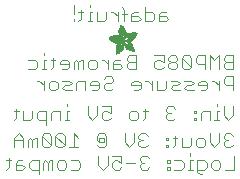
<source format=gbr>
G04 EAGLE Gerber RS-274X export*
G75*
%MOMM*%
%FSLAX34Y34*%
%LPD*%
%INSilkscreen Bottom*%
%IPPOS*%
%AMOC8*
5,1,8,0,0,1.08239X$1,22.5*%
G01*
%ADD10C,0.101600*%
%ADD11R,0.034300X0.003800*%
%ADD12R,0.057200X0.003800*%
%ADD13R,0.076200X0.003800*%
%ADD14R,0.091400X0.003800*%
%ADD15R,0.102900X0.003800*%
%ADD16R,0.114300X0.003900*%
%ADD17R,0.129500X0.003800*%
%ADD18R,0.137200X0.003800*%
%ADD19R,0.144800X0.003800*%
%ADD20R,0.152400X0.003800*%
%ADD21R,0.160000X0.003800*%
%ADD22R,0.171500X0.003800*%
%ADD23R,0.175300X0.003800*%
%ADD24R,0.182900X0.003800*%
%ADD25R,0.190500X0.003800*%
%ADD26R,0.194300X0.003900*%
%ADD27R,0.201900X0.003800*%
%ADD28R,0.209500X0.003800*%
%ADD29R,0.213400X0.003800*%
%ADD30R,0.221000X0.003800*%
%ADD31R,0.224800X0.003800*%
%ADD32R,0.232400X0.003800*%
%ADD33R,0.240000X0.003800*%
%ADD34R,0.243800X0.003800*%
%ADD35R,0.247600X0.003800*%
%ADD36R,0.255300X0.003900*%
%ADD37R,0.259100X0.003800*%
%ADD38R,0.262900X0.003800*%
%ADD39R,0.270500X0.003800*%
%ADD40R,0.274300X0.003800*%
%ADD41R,0.281900X0.003800*%
%ADD42R,0.285700X0.003800*%
%ADD43R,0.289500X0.003800*%
%ADD44R,0.297200X0.003800*%
%ADD45R,0.301000X0.003800*%
%ADD46R,0.304800X0.003900*%
%ADD47R,0.312400X0.003800*%
%ADD48R,0.316200X0.003800*%
%ADD49R,0.320000X0.003800*%
%ADD50R,0.327600X0.003800*%
%ADD51R,0.331500X0.003800*%
%ADD52R,0.339100X0.003800*%
%ADD53R,0.342900X0.003800*%
%ADD54R,0.346700X0.003800*%
%ADD55R,0.354300X0.003800*%
%ADD56R,0.358100X0.003900*%
%ADD57R,0.361900X0.003800*%
%ADD58R,0.369600X0.003800*%
%ADD59R,0.373400X0.003800*%
%ADD60R,0.377200X0.003800*%
%ADD61R,0.384800X0.003800*%
%ADD62R,0.388600X0.003800*%
%ADD63R,0.396200X0.003800*%
%ADD64R,0.400000X0.003800*%
%ADD65R,0.403800X0.003800*%
%ADD66R,0.411500X0.003900*%
%ADD67R,0.415300X0.003800*%
%ADD68R,0.419100X0.003800*%
%ADD69R,0.045700X0.003800*%
%ADD70R,0.426700X0.003800*%
%ADD71R,0.072400X0.003800*%
%ADD72R,0.430500X0.003800*%
%ADD73R,0.095300X0.003800*%
%ADD74R,0.438100X0.003800*%
%ADD75R,0.110500X0.003800*%
%ADD76R,0.441900X0.003800*%
%ADD77R,0.445800X0.003800*%
%ADD78R,0.144700X0.003800*%
%ADD79R,0.453400X0.003800*%
%ADD80R,0.457200X0.003800*%
%ADD81R,0.175300X0.003900*%
%ADD82R,0.461000X0.003900*%
%ADD83R,0.468600X0.003800*%
%ADD84R,0.205800X0.003800*%
%ADD85R,0.472400X0.003800*%
%ADD86R,0.217200X0.003800*%
%ADD87R,0.476200X0.003800*%
%ADD88R,0.483900X0.003800*%
%ADD89R,0.247700X0.003800*%
%ADD90R,0.487700X0.003800*%
%ADD91R,0.495300X0.003800*%
%ADD92R,0.499100X0.003800*%
%ADD93R,0.502900X0.003800*%
%ADD94R,0.510500X0.003800*%
%ADD95R,0.308600X0.003900*%
%ADD96R,0.514300X0.003900*%
%ADD97R,0.323800X0.003800*%
%ADD98R,0.518100X0.003800*%
%ADD99R,0.335300X0.003800*%
%ADD100R,0.525800X0.003800*%
%ADD101R,0.529600X0.003800*%
%ADD102R,0.358100X0.003800*%
%ADD103R,0.533400X0.003800*%
%ADD104R,0.537200X0.003800*%
%ADD105R,0.381000X0.003800*%
%ADD106R,0.544800X0.003800*%
%ADD107R,0.392400X0.003800*%
%ADD108R,0.548600X0.003800*%
%ADD109R,0.552400X0.003800*%
%ADD110R,0.556200X0.003800*%
%ADD111R,0.422900X0.003900*%
%ADD112R,0.560100X0.003900*%
%ADD113R,0.434300X0.003800*%
%ADD114R,0.563900X0.003800*%
%ADD115R,0.567700X0.003800*%
%ADD116R,0.461000X0.003800*%
%ADD117R,0.571500X0.003800*%
%ADD118R,0.575300X0.003800*%
%ADD119R,0.480100X0.003800*%
%ADD120R,0.579100X0.003800*%
%ADD121R,0.491500X0.003800*%
%ADD122R,0.582900X0.003800*%
%ADD123R,0.586700X0.003800*%
%ADD124R,0.510600X0.003800*%
%ADD125R,0.590500X0.003800*%
%ADD126R,0.522000X0.003800*%
%ADD127R,0.594300X0.003800*%
%ADD128R,0.533400X0.003900*%
%ADD129R,0.598200X0.003900*%
%ADD130R,0.541000X0.003800*%
%ADD131R,0.602000X0.003800*%
%ADD132R,0.552500X0.003800*%
%ADD133R,0.605800X0.003800*%
%ADD134R,0.560100X0.003800*%
%ADD135R,0.609600X0.003800*%
%ADD136R,0.613400X0.003800*%
%ADD137R,0.583000X0.003800*%
%ADD138R,0.617200X0.003800*%
%ADD139R,0.594400X0.003800*%
%ADD140R,0.621000X0.003800*%
%ADD141R,0.598200X0.003800*%
%ADD142R,0.624800X0.003800*%
%ADD143R,0.613500X0.003900*%
%ADD144R,0.628600X0.003900*%
%ADD145R,0.632400X0.003800*%
%ADD146R,0.628600X0.003800*%
%ADD147R,0.636300X0.003800*%
%ADD148R,0.640100X0.003800*%
%ADD149R,0.636200X0.003800*%
%ADD150R,0.643900X0.003800*%
%ADD151R,0.647700X0.003800*%
%ADD152R,0.651500X0.003800*%
%ADD153R,0.659100X0.003800*%
%ADD154R,0.659100X0.003900*%
%ADD155R,0.655300X0.003900*%
%ADD156R,0.662900X0.003800*%
%ADD157R,0.655300X0.003800*%
%ADD158R,0.670500X0.003800*%
%ADD159R,0.670600X0.003800*%
%ADD160R,0.674400X0.003800*%
%ADD161R,0.682000X0.003800*%
%ADD162R,0.666700X0.003800*%
%ADD163R,0.685800X0.003800*%
%ADD164R,0.689600X0.003800*%
%ADD165R,0.693400X0.003900*%
%ADD166R,0.674400X0.003900*%
%ADD167R,0.697200X0.003800*%
%ADD168R,0.678200X0.003800*%
%ADD169R,0.697300X0.003800*%
%ADD170R,0.701100X0.003800*%
%ADD171R,0.704900X0.003800*%
%ADD172R,0.708700X0.003800*%
%ADD173R,0.712500X0.003800*%
%ADD174R,0.716300X0.003800*%
%ADD175R,0.720100X0.003900*%
%ADD176R,0.689600X0.003900*%
%ADD177R,0.720000X0.003800*%
%ADD178R,0.693400X0.003800*%
%ADD179R,0.723900X0.003800*%
%ADD180R,0.727700X0.003800*%
%ADD181R,0.731500X0.003800*%
%ADD182R,0.701000X0.003800*%
%ADD183R,0.735300X0.003800*%
%ADD184R,0.731500X0.003900*%
%ADD185R,0.701000X0.003900*%
%ADD186R,0.704800X0.003800*%
%ADD187R,0.739100X0.003800*%
%ADD188R,0.743000X0.003800*%
%ADD189R,0.739200X0.003800*%
%ADD190R,0.743000X0.003900*%
%ADD191R,0.704800X0.003900*%
%ADD192R,0.746800X0.003800*%
%ADD193R,0.746800X0.003900*%
%ADD194R,0.742900X0.003800*%
%ADD195R,0.746700X0.003800*%
%ADD196R,0.746700X0.003900*%
%ADD197R,1.428800X0.003800*%
%ADD198R,1.424900X0.003800*%
%ADD199R,1.421100X0.003900*%
%ADD200R,1.421100X0.003800*%
%ADD201R,1.417300X0.003800*%
%ADD202R,1.413500X0.003800*%
%ADD203R,1.409700X0.003800*%
%ADD204R,1.405900X0.003800*%
%ADD205R,1.402100X0.003800*%
%ADD206R,1.398300X0.003800*%
%ADD207R,0.983000X0.003900*%
%ADD208R,0.384800X0.003900*%
%ADD209R,0.971600X0.003800*%
%ADD210R,0.963900X0.003800*%
%ADD211R,0.956300X0.003800*%
%ADD212R,0.365800X0.003800*%
%ADD213R,0.952500X0.003800*%
%ADD214R,0.941000X0.003800*%
%ADD215R,0.358200X0.003800*%
%ADD216R,0.937200X0.003800*%
%ADD217R,0.933400X0.003800*%
%ADD218R,0.354400X0.003800*%
%ADD219R,0.925800X0.003800*%
%ADD220R,0.350500X0.003800*%
%ADD221R,0.922000X0.003800*%
%ADD222R,0.918200X0.003900*%
%ADD223R,0.346700X0.003900*%
%ADD224R,0.910600X0.003800*%
%ADD225R,0.906800X0.003800*%
%ADD226R,0.903000X0.003800*%
%ADD227R,0.339000X0.003800*%
%ADD228R,0.895300X0.003800*%
%ADD229R,0.335200X0.003800*%
%ADD230R,0.887700X0.003800*%
%ADD231R,0.883900X0.003800*%
%ADD232R,0.331400X0.003800*%
%ADD233R,0.880100X0.003800*%
%ADD234R,0.876300X0.003800*%
%ADD235R,0.468600X0.003900*%
%ADD236R,0.396200X0.003900*%
%ADD237R,0.323800X0.003900*%
%ADD238R,0.449600X0.003800*%
%ADD239R,0.323900X0.003800*%
%ADD240R,0.442000X0.003800*%
%ADD241R,0.434400X0.003800*%
%ADD242R,0.320100X0.003800*%
%ADD243R,0.316300X0.003800*%
%ADD244R,0.426800X0.003800*%
%ADD245R,0.327700X0.003800*%
%ADD246R,0.312500X0.003800*%
%ADD247R,0.422900X0.003800*%
%ADD248R,0.308600X0.003800*%
%ADD249R,0.293400X0.003800*%
%ADD250R,0.304800X0.003800*%
%ADD251R,0.419100X0.003900*%
%ADD252R,0.285700X0.003900*%
%ADD253R,0.301000X0.003900*%
%ADD254R,0.411500X0.003800*%
%ADD255R,0.407700X0.003800*%
%ADD256R,0.289600X0.003800*%
%ADD257R,0.285800X0.003800*%
%ADD258R,0.403900X0.003800*%
%ADD259R,0.228600X0.003800*%
%ADD260R,0.403900X0.003900*%
%ADD261R,0.221000X0.003900*%
%ADD262R,0.278100X0.003900*%
%ADD263R,0.400100X0.003800*%
%ADD264R,0.209600X0.003800*%
%ADD265R,0.266700X0.003800*%
%ADD266R,0.038100X0.003800*%
%ADD267R,0.194300X0.003800*%
%ADD268R,0.148600X0.003800*%
%ADD269R,0.259000X0.003800*%
%ADD270R,0.182800X0.003800*%
%ADD271R,0.186700X0.003800*%
%ADD272R,0.251400X0.003800*%
%ADD273R,0.179100X0.003800*%
%ADD274R,0.236200X0.003800*%
%ADD275R,0.243900X0.003900*%
%ADD276R,0.282000X0.003900*%
%ADD277R,0.167700X0.003800*%
%ADD278R,0.236300X0.003800*%
%ADD279R,0.396300X0.003800*%
%ADD280R,0.163900X0.003800*%
%ADD281R,0.392500X0.003800*%
%ADD282R,0.160100X0.003800*%
%ADD283R,0.586800X0.003800*%
%ADD284R,0.148500X0.003800*%
%ADD285R,0.140900X0.003800*%
%ADD286R,0.392400X0.003900*%
%ADD287R,0.140900X0.003900*%
%ADD288R,0.647700X0.003900*%
%ADD289R,0.133300X0.003800*%
%ADD290R,0.674300X0.003800*%
%ADD291R,0.388700X0.003800*%
%ADD292R,0.125700X0.003800*%
%ADD293R,0.121900X0.003800*%
%ADD294R,0.720100X0.003800*%
%ADD295R,0.118100X0.003800*%
%ADD296R,0.118100X0.003900*%
%ADD297R,0.739100X0.003900*%
%ADD298R,0.114300X0.003800*%
%ADD299R,0.754400X0.003800*%
%ADD300R,0.765800X0.003800*%
%ADD301R,0.773400X0.003800*%
%ADD302R,0.784800X0.003800*%
%ADD303R,0.118200X0.003800*%
%ADD304R,0.792500X0.003800*%
%ADD305R,0.803900X0.003800*%
%ADD306R,0.122000X0.003800*%
%ADD307R,0.815400X0.003800*%
%ADD308R,0.125800X0.003800*%
%ADD309R,0.826800X0.003800*%
%ADD310R,0.369500X0.003900*%
%ADD311R,0.133400X0.003900*%
%ADD312R,0.842000X0.003900*%
%ADD313R,0.365700X0.003800*%
%ADD314R,1.009700X0.003800*%
%ADD315R,1.013500X0.003800*%
%ADD316R,0.362000X0.003800*%
%ADD317R,1.024900X0.003800*%
%ADD318R,1.028700X0.003800*%
%ADD319R,1.036300X0.003800*%
%ADD320R,1.047800X0.003800*%
%ADD321R,1.055400X0.003800*%
%ADD322R,1.070600X0.003800*%
%ADD323R,0.030500X0.003800*%
%ADD324R,1.436400X0.003800*%
%ADD325R,1.562100X0.003900*%
%ADD326R,1.588700X0.003800*%
%ADD327R,1.607800X0.003800*%
%ADD328R,1.626900X0.003800*%
%ADD329R,1.642100X0.003800*%
%ADD330R,1.657400X0.003800*%
%ADD331R,1.676400X0.003800*%
%ADD332R,1.687800X0.003800*%
%ADD333R,1.703000X0.003800*%
%ADD334R,1.714500X0.003800*%
%ADD335R,1.726000X0.003900*%
%ADD336R,1.741200X0.003800*%
%ADD337R,0.914400X0.003800*%
%ADD338R,0.769600X0.003800*%
%ADD339R,0.884000X0.003800*%
%ADD340R,0.712400X0.003800*%
%ADD341R,0.880100X0.003900*%
%ADD342R,0.887800X0.003800*%
%ADD343R,0.891600X0.003800*%
%ADD344R,0.895400X0.003800*%
%ADD345R,0.251500X0.003800*%
%ADD346R,0.579200X0.003900*%
%ADD347R,0.243900X0.003800*%
%ADD348R,0.556300X0.003800*%
%ADD349R,0.255200X0.003800*%
%ADD350R,0.529500X0.003800*%
%ADD351R,0.731600X0.003800*%
%ADD352R,0.525800X0.003900*%
%ADD353R,0.281900X0.003900*%
%ADD354R,0.735400X0.003900*%
%ADD355R,0.300900X0.003800*%
%ADD356R,0.762000X0.003800*%
%ADD357R,0.518200X0.003800*%
%ADD358R,0.350600X0.003800*%
%ADD359R,0.796300X0.003800*%
%ADD360R,0.807800X0.003800*%
%ADD361R,0.506700X0.003800*%
%ADD362R,0.849600X0.003800*%
%ADD363R,0.506700X0.003900*%
%ADD364R,1.371600X0.003900*%
%ADD365R,1.207800X0.003800*%
%ADD366R,0.503000X0.003800*%
%ADD367R,0.141000X0.003800*%
%ADD368R,1.203900X0.003800*%
%ADD369R,1.204000X0.003800*%
%ADD370R,1.200200X0.003800*%
%ADD371R,0.499100X0.003900*%
%ADD372R,0.156200X0.003900*%
%ADD373R,1.196400X0.003900*%
%ADD374R,1.196400X0.003800*%
%ADD375R,0.163800X0.003800*%
%ADD376R,0.167600X0.003800*%
%ADD377R,1.192500X0.003800*%
%ADD378R,0.499200X0.003800*%
%ADD379R,1.188700X0.003800*%
%ADD380R,0.506800X0.003800*%
%ADD381R,1.184900X0.003800*%
%ADD382R,0.510600X0.003900*%
%ADD383R,0.209600X0.003900*%
%ADD384R,1.181100X0.003900*%
%ADD385R,0.514400X0.003800*%
%ADD386R,1.181100X0.003800*%
%ADD387R,1.177300X0.003800*%
%ADD388R,0.240100X0.003800*%
%ADD389R,1.173500X0.003800*%
%ADD390R,1.169700X0.003800*%
%ADD391R,1.165900X0.003800*%
%ADD392R,1.162100X0.003800*%
%ADD393R,0.929700X0.003900*%
%ADD394R,1.162100X0.003900*%
%ADD395R,0.929700X0.003800*%
%ADD396R,1.154500X0.003800*%
%ADD397R,0.933500X0.003800*%
%ADD398R,1.150600X0.003800*%
%ADD399R,0.937300X0.003800*%
%ADD400R,1.146800X0.003800*%
%ADD401R,0.941100X0.003800*%
%ADD402R,1.139200X0.003800*%
%ADD403R,0.944900X0.003800*%
%ADD404R,1.135400X0.003800*%
%ADD405R,0.948700X0.003800*%
%ADD406R,1.127800X0.003800*%
%ADD407R,1.124000X0.003800*%
%ADD408R,1.116400X0.003800*%
%ADD409R,0.956300X0.003900*%
%ADD410R,1.104900X0.003900*%
%ADD411R,0.960100X0.003800*%
%ADD412R,1.093500X0.003800*%
%ADD413R,1.085900X0.003800*%
%ADD414R,0.967800X0.003800*%
%ADD415R,1.074500X0.003800*%
%ADD416R,1.063000X0.003800*%
%ADD417R,0.975400X0.003800*%
%ADD418R,1.036400X0.003800*%
%ADD419R,0.979200X0.003800*%
%ADD420R,1.021000X0.003800*%
%ADD421R,0.983000X0.003800*%
%ADD422R,1.009600X0.003800*%
%ADD423R,0.986800X0.003800*%
%ADD424R,0.998200X0.003800*%
%ADD425R,0.990600X0.003900*%
%ADD426R,0.986700X0.003900*%
%ADD427R,0.994400X0.003800*%
%ADD428R,0.975300X0.003800*%
%ADD429R,0.948600X0.003800*%
%ADD430R,1.002000X0.003800*%
%ADD431R,0.213300X0.003800*%
%ADD432R,0.217100X0.003800*%
%ADD433R,1.017300X0.003800*%
%ADD434R,0.666800X0.003800*%
%ADD435R,0.220900X0.003800*%
%ADD436R,1.028700X0.003900*%
%ADD437R,0.224700X0.003900*%
%ADD438R,1.032500X0.003800*%
%ADD439R,1.040100X0.003800*%
%ADD440R,1.043900X0.003800*%
%ADD441R,0.548700X0.003800*%
%ADD442R,1.051500X0.003800*%
%ADD443R,1.055300X0.003800*%
%ADD444R,1.059100X0.003800*%
%ADD445R,1.062900X0.003800*%
%ADD446R,0.255300X0.003800*%
%ADD447R,1.066800X0.003900*%
%ADD448R,0.259100X0.003900*%
%ADD449R,0.457200X0.003900*%
%ADD450R,0.423000X0.003800*%
%ADD451R,1.082100X0.003800*%
%ADD452R,0.274400X0.003800*%
%ADD453R,0.278200X0.003800*%
%ADD454R,1.101100X0.003800*%
%ADD455R,0.278100X0.003800*%
%ADD456R,0.876300X0.003900*%
%ADD457R,0.236200X0.003900*%
%ADD458R,0.289600X0.003900*%
%ADD459R,0.247700X0.003900*%
%ADD460R,0.049500X0.003800*%
%ADD461R,0.640100X0.003900*%
%ADD462R,0.659200X0.003800*%
%ADD463R,0.663000X0.003800*%
%ADD464R,0.872500X0.003900*%
%ADD465R,0.666800X0.003900*%
%ADD466R,0.872500X0.003800*%
%ADD467R,0.868700X0.003800*%
%ADD468R,0.864900X0.003800*%
%ADD469R,0.861100X0.003800*%
%ADD470R,0.857300X0.003800*%
%ADD471R,0.853400X0.003800*%
%ADD472R,0.845800X0.003800*%
%ADD473R,0.682000X0.003900*%
%ADD474R,0.842000X0.003800*%
%ADD475R,0.834400X0.003800*%
%ADD476R,0.823000X0.003800*%
%ADD477R,0.815300X0.003800*%
%ADD478R,0.811500X0.003800*%
%ADD479R,0.788700X0.003800*%
%ADD480R,0.777300X0.003900*%
%ADD481R,0.750600X0.003800*%
%ADD482R,0.735400X0.003800*%
%ADD483R,0.727800X0.003800*%
%ADD484R,0.628700X0.003800*%
%ADD485R,0.575400X0.003800*%
%ADD486R,0.670600X0.003900*%
%ADD487R,0.655400X0.003800*%
%ADD488R,0.651500X0.003900*%
%ADD489R,0.624800X0.003900*%
%ADD490R,0.594400X0.003900*%
%ADD491R,0.563900X0.003900*%
%ADD492R,0.541100X0.003800*%
%ADD493R,0.537300X0.003800*%
%ADD494R,0.525700X0.003800*%
%ADD495R,0.525700X0.003900*%
%ADD496R,0.514300X0.003800*%
%ADD497R,0.480100X0.003900*%
%ADD498R,0.464800X0.003800*%
%ADD499R,0.442000X0.003900*%
%ADD500R,0.438200X0.003800*%
%ADD501R,0.430600X0.003800*%
%ADD502R,0.407600X0.003800*%
%ADD503R,0.403800X0.003900*%
%ADD504R,0.365700X0.003900*%
%ADD505R,0.327700X0.003900*%
%ADD506R,0.243800X0.003900*%
%ADD507R,0.205800X0.003900*%
%ADD508R,0.198100X0.003800*%
%ADD509R,0.163800X0.003900*%
%ADD510R,0.137100X0.003800*%
%ADD511R,0.091500X0.003900*%
%ADD512R,0.060900X0.003800*%


D10*
X196342Y142748D02*
X196342Y154442D01*
X190495Y154442D01*
X188546Y152493D01*
X188546Y150544D01*
X190495Y148595D01*
X188546Y146646D01*
X188546Y144697D01*
X190495Y142748D01*
X196342Y142748D01*
X196342Y148595D02*
X190495Y148595D01*
X184648Y142748D02*
X184648Y154442D01*
X180750Y150544D01*
X176852Y154442D01*
X176852Y142748D01*
X172954Y142748D02*
X172954Y154442D01*
X167107Y154442D01*
X165158Y152493D01*
X165158Y148595D01*
X167107Y146646D01*
X172954Y146646D01*
X161260Y144697D02*
X161260Y152493D01*
X159311Y154442D01*
X155413Y154442D01*
X153464Y152493D01*
X153464Y144697D01*
X155413Y142748D01*
X159311Y142748D01*
X161260Y144697D01*
X153464Y152493D01*
X149566Y152493D02*
X147617Y154442D01*
X143719Y154442D01*
X141770Y152493D01*
X141770Y150544D01*
X143719Y148595D01*
X141770Y146646D01*
X141770Y144697D01*
X143719Y142748D01*
X147617Y142748D01*
X149566Y144697D01*
X149566Y146646D01*
X147617Y148595D01*
X149566Y150544D01*
X149566Y152493D01*
X147617Y148595D02*
X143719Y148595D01*
X137872Y154442D02*
X130076Y154442D01*
X137872Y154442D02*
X137872Y148595D01*
X133974Y150544D01*
X132025Y150544D01*
X130076Y148595D01*
X130076Y144697D01*
X132025Y142748D01*
X135923Y142748D01*
X137872Y144697D01*
X114484Y142748D02*
X114484Y154442D01*
X108637Y154442D01*
X106688Y152493D01*
X106688Y150544D01*
X108637Y148595D01*
X106688Y146646D01*
X106688Y144697D01*
X108637Y142748D01*
X114484Y142748D01*
X114484Y148595D02*
X108637Y148595D01*
X100841Y150544D02*
X96943Y150544D01*
X94994Y148595D01*
X94994Y142748D01*
X100841Y142748D01*
X102790Y144697D01*
X100841Y146646D01*
X94994Y146646D01*
X91096Y142748D02*
X91096Y150544D01*
X91096Y146646D02*
X87198Y150544D01*
X85249Y150544D01*
X79402Y142748D02*
X75504Y142748D01*
X73555Y144697D01*
X73555Y148595D01*
X75504Y150544D01*
X79402Y150544D01*
X81351Y148595D01*
X81351Y144697D01*
X79402Y142748D01*
X69657Y142748D02*
X69657Y150544D01*
X67708Y150544D01*
X65759Y148595D01*
X65759Y142748D01*
X65759Y148595D02*
X63810Y150544D01*
X61861Y148595D01*
X61861Y142748D01*
X56014Y142748D02*
X52116Y142748D01*
X56014Y142748D02*
X57963Y144697D01*
X57963Y148595D01*
X56014Y150544D01*
X52116Y150544D01*
X50167Y148595D01*
X50167Y146646D01*
X57963Y146646D01*
X44320Y144697D02*
X44320Y152493D01*
X44320Y144697D02*
X42371Y142748D01*
X42371Y150544D02*
X46269Y150544D01*
X38473Y150544D02*
X36524Y150544D01*
X36524Y142748D01*
X38473Y142748D02*
X34575Y142748D01*
X36524Y154442D02*
X36524Y156391D01*
X28729Y150544D02*
X22882Y150544D01*
X28729Y150544D02*
X30677Y148595D01*
X30677Y144697D01*
X28729Y142748D01*
X22882Y142748D01*
X196342Y136662D02*
X196342Y124968D01*
X196342Y136662D02*
X190495Y136662D01*
X188546Y134713D01*
X188546Y130815D01*
X190495Y128866D01*
X196342Y128866D01*
X184648Y124968D02*
X184648Y132764D01*
X184648Y128866D02*
X180750Y132764D01*
X178801Y132764D01*
X172954Y124968D02*
X169056Y124968D01*
X172954Y124968D02*
X174903Y126917D01*
X174903Y130815D01*
X172954Y132764D01*
X169056Y132764D01*
X167107Y130815D01*
X167107Y128866D01*
X174903Y128866D01*
X163209Y124968D02*
X157362Y124968D01*
X155413Y126917D01*
X157362Y128866D01*
X161260Y128866D01*
X163209Y130815D01*
X161260Y132764D01*
X155413Y132764D01*
X151515Y124968D02*
X145668Y124968D01*
X143719Y126917D01*
X145668Y128866D01*
X149566Y128866D01*
X151515Y130815D01*
X149566Y132764D01*
X143719Y132764D01*
X139821Y132764D02*
X139821Y126917D01*
X137872Y124968D01*
X132025Y124968D01*
X132025Y132764D01*
X128127Y132764D02*
X128127Y124968D01*
X128127Y128866D02*
X124229Y132764D01*
X122280Y132764D01*
X116433Y124968D02*
X112535Y124968D01*
X116433Y124968D02*
X118382Y126917D01*
X118382Y130815D01*
X116433Y132764D01*
X112535Y132764D01*
X110586Y130815D01*
X110586Y128866D01*
X118382Y128866D01*
X89147Y136662D02*
X87198Y134713D01*
X89147Y136662D02*
X93045Y136662D01*
X94994Y134713D01*
X94994Y132764D01*
X93045Y130815D01*
X89147Y130815D01*
X87198Y128866D01*
X87198Y126917D01*
X89147Y124968D01*
X93045Y124968D01*
X94994Y126917D01*
X81351Y124968D02*
X77453Y124968D01*
X81351Y124968D02*
X83300Y126917D01*
X83300Y130815D01*
X81351Y132764D01*
X77453Y132764D01*
X75504Y130815D01*
X75504Y128866D01*
X83300Y128866D01*
X71606Y124968D02*
X71606Y132764D01*
X65759Y132764D01*
X63810Y130815D01*
X63810Y124968D01*
X59912Y124968D02*
X54065Y124968D01*
X52116Y126917D01*
X54065Y128866D01*
X57963Y128866D01*
X59912Y130815D01*
X57963Y132764D01*
X52116Y132764D01*
X46269Y124968D02*
X42371Y124968D01*
X40422Y126917D01*
X40422Y130815D01*
X42371Y132764D01*
X46269Y132764D01*
X48218Y130815D01*
X48218Y126917D01*
X46269Y124968D01*
X36524Y124968D02*
X36524Y132764D01*
X36524Y128866D02*
X32626Y132764D01*
X30677Y132764D01*
X196342Y111262D02*
X196342Y103466D01*
X192444Y99568D01*
X188546Y103466D01*
X188546Y111262D01*
X184648Y107364D02*
X182699Y107364D01*
X182699Y99568D01*
X184648Y99568D02*
X180750Y99568D01*
X182699Y111262D02*
X182699Y113211D01*
X176852Y107364D02*
X176852Y99568D01*
X176852Y107364D02*
X171005Y107364D01*
X169056Y105415D01*
X169056Y99568D01*
X165158Y107364D02*
X163209Y107364D01*
X163209Y105415D01*
X165158Y105415D01*
X165158Y107364D01*
X165158Y101517D02*
X163209Y101517D01*
X163209Y99568D01*
X165158Y99568D01*
X165158Y101517D01*
X147617Y109313D02*
X145668Y111262D01*
X141770Y111262D01*
X139821Y109313D01*
X139821Y107364D01*
X141770Y105415D01*
X143719Y105415D01*
X141770Y105415D02*
X139821Y103466D01*
X139821Y101517D01*
X141770Y99568D01*
X145668Y99568D01*
X147617Y101517D01*
X122280Y101517D02*
X122280Y109313D01*
X122280Y101517D02*
X120331Y99568D01*
X120331Y107364D02*
X124229Y107364D01*
X114484Y99568D02*
X110586Y99568D01*
X108637Y101517D01*
X108637Y105415D01*
X110586Y107364D01*
X114484Y107364D01*
X116433Y105415D01*
X116433Y101517D01*
X114484Y99568D01*
X93045Y111262D02*
X85249Y111262D01*
X93045Y111262D02*
X93045Y105415D01*
X89147Y107364D01*
X87198Y107364D01*
X85249Y105415D01*
X85249Y101517D01*
X87198Y99568D01*
X91096Y99568D01*
X93045Y101517D01*
X81351Y103466D02*
X81351Y111262D01*
X81351Y103466D02*
X77453Y99568D01*
X73555Y103466D01*
X73555Y111262D01*
X57963Y107364D02*
X56014Y107364D01*
X56014Y99568D01*
X57963Y99568D02*
X54065Y99568D01*
X56014Y111262D02*
X56014Y113211D01*
X50167Y107364D02*
X50167Y99568D01*
X50167Y107364D02*
X44320Y107364D01*
X42371Y105415D01*
X42371Y99568D01*
X38473Y95670D02*
X38473Y107364D01*
X32627Y107364D01*
X30678Y105415D01*
X30678Y101517D01*
X32627Y99568D01*
X38473Y99568D01*
X26780Y101517D02*
X26780Y107364D01*
X26780Y101517D02*
X24831Y99568D01*
X18984Y99568D01*
X18984Y107364D01*
X13137Y109313D02*
X13137Y101517D01*
X11188Y99568D01*
X11188Y107364D02*
X15086Y107364D01*
X197612Y69352D02*
X197612Y57658D01*
X189816Y57658D01*
X183969Y57658D02*
X180071Y57658D01*
X178122Y59607D01*
X178122Y63505D01*
X180071Y65454D01*
X183969Y65454D01*
X185918Y63505D01*
X185918Y59607D01*
X183969Y57658D01*
X170326Y53760D02*
X168377Y53760D01*
X166428Y55709D01*
X166428Y65454D01*
X172275Y65454D01*
X174224Y63505D01*
X174224Y59607D01*
X172275Y57658D01*
X166428Y57658D01*
X162530Y65454D02*
X160581Y65454D01*
X160581Y57658D01*
X162530Y57658D02*
X158632Y57658D01*
X160581Y69352D02*
X160581Y71301D01*
X152785Y65454D02*
X146938Y65454D01*
X152785Y65454D02*
X154734Y63505D01*
X154734Y59607D01*
X152785Y57658D01*
X146938Y57658D01*
X143040Y65454D02*
X141091Y65454D01*
X141091Y63505D01*
X143040Y63505D01*
X143040Y65454D01*
X143040Y59607D02*
X141091Y59607D01*
X141091Y57658D01*
X143040Y57658D01*
X143040Y59607D01*
X125499Y67403D02*
X123550Y69352D01*
X119652Y69352D01*
X117703Y67403D01*
X117703Y65454D01*
X119652Y63505D01*
X121601Y63505D01*
X119652Y63505D02*
X117703Y61556D01*
X117703Y59607D01*
X119652Y57658D01*
X123550Y57658D01*
X125499Y59607D01*
X113805Y63505D02*
X106009Y63505D01*
X102111Y69352D02*
X94315Y69352D01*
X102111Y69352D02*
X102111Y63505D01*
X98213Y65454D01*
X96264Y65454D01*
X94315Y63505D01*
X94315Y59607D01*
X96264Y57658D01*
X100162Y57658D01*
X102111Y59607D01*
X90417Y61556D02*
X90417Y69352D01*
X90417Y61556D02*
X86519Y57658D01*
X82621Y61556D01*
X82621Y69352D01*
X65080Y65454D02*
X59233Y65454D01*
X65080Y65454D02*
X67029Y63505D01*
X67029Y59607D01*
X65080Y57658D01*
X59233Y57658D01*
X53386Y57658D02*
X49488Y57658D01*
X47539Y59607D01*
X47539Y63505D01*
X49488Y65454D01*
X53386Y65454D01*
X55335Y63505D01*
X55335Y59607D01*
X53386Y57658D01*
X43641Y57658D02*
X43641Y65454D01*
X41692Y65454D01*
X39743Y63505D01*
X39743Y57658D01*
X39743Y63505D02*
X37794Y65454D01*
X35845Y63505D01*
X35845Y57658D01*
X31947Y53760D02*
X31947Y65454D01*
X26101Y65454D01*
X24152Y63505D01*
X24152Y59607D01*
X26101Y57658D01*
X31947Y57658D01*
X18305Y65454D02*
X14407Y65454D01*
X12458Y63505D01*
X12458Y57658D01*
X18305Y57658D01*
X20254Y59607D01*
X18305Y61556D01*
X12458Y61556D01*
X6611Y59607D02*
X6611Y67403D01*
X6611Y59607D02*
X4662Y57658D01*
X4662Y65454D02*
X8560Y65454D01*
X194393Y88402D02*
X196342Y86453D01*
X194393Y88402D02*
X190495Y88402D01*
X188546Y86453D01*
X188546Y84504D01*
X190495Y82555D01*
X192444Y82555D01*
X190495Y82555D02*
X188546Y80606D01*
X188546Y78657D01*
X190495Y76708D01*
X194393Y76708D01*
X196342Y78657D01*
X184648Y80606D02*
X184648Y88402D01*
X184648Y80606D02*
X180750Y76708D01*
X176852Y80606D01*
X176852Y88402D01*
X171005Y76708D02*
X167107Y76708D01*
X165158Y78657D01*
X165158Y82555D01*
X167107Y84504D01*
X171005Y84504D01*
X172954Y82555D01*
X172954Y78657D01*
X171005Y76708D01*
X161260Y78657D02*
X161260Y84504D01*
X161260Y78657D02*
X159311Y76708D01*
X153464Y76708D01*
X153464Y84504D01*
X147617Y86453D02*
X147617Y78657D01*
X145668Y76708D01*
X145668Y84504D02*
X149566Y84504D01*
X141770Y84504D02*
X139821Y84504D01*
X139821Y82555D01*
X141770Y82555D01*
X141770Y84504D01*
X141770Y78657D02*
X139821Y78657D01*
X139821Y76708D01*
X141770Y76708D01*
X141770Y78657D01*
X124229Y86453D02*
X122280Y88402D01*
X118382Y88402D01*
X116433Y86453D01*
X116433Y84504D01*
X118382Y82555D01*
X120331Y82555D01*
X118382Y82555D02*
X116433Y80606D01*
X116433Y78657D01*
X118382Y76708D01*
X122280Y76708D01*
X124229Y78657D01*
X112535Y80606D02*
X112535Y88402D01*
X112535Y80606D02*
X108637Y76708D01*
X104739Y80606D01*
X104739Y88402D01*
X83300Y76708D02*
X81351Y78657D01*
X83300Y76708D02*
X87198Y76708D01*
X89147Y78657D01*
X89147Y86453D01*
X87198Y88402D01*
X83300Y88402D01*
X81351Y86453D01*
X81351Y82555D01*
X83300Y80606D01*
X87198Y80606D01*
X87198Y84504D01*
X83300Y84504D01*
X83300Y80606D01*
X65759Y84504D02*
X61861Y88402D01*
X61861Y76708D01*
X65759Y76708D02*
X57963Y76708D01*
X54065Y78657D02*
X54065Y86453D01*
X52116Y88402D01*
X48218Y88402D01*
X46269Y86453D01*
X46269Y78657D01*
X48218Y76708D01*
X52116Y76708D01*
X54065Y78657D01*
X46269Y86453D01*
X42371Y86453D02*
X42371Y78657D01*
X42371Y86453D02*
X40422Y88402D01*
X36524Y88402D01*
X34575Y86453D01*
X34575Y78657D01*
X36524Y76708D01*
X40422Y76708D01*
X42371Y78657D01*
X34575Y86453D01*
X30677Y84504D02*
X30677Y76708D01*
X30677Y84504D02*
X28729Y84504D01*
X26780Y82555D01*
X26780Y76708D01*
X26780Y82555D02*
X24831Y84504D01*
X22882Y82555D01*
X22882Y76708D01*
X18984Y76708D02*
X18984Y84504D01*
X15086Y88402D01*
X11188Y84504D01*
X11188Y76708D01*
X11188Y82555D02*
X18984Y82555D01*
X135885Y191184D02*
X139783Y191184D01*
X135885Y191184D02*
X133936Y189235D01*
X133936Y183388D01*
X139783Y183388D01*
X141732Y185337D01*
X139783Y187286D01*
X133936Y187286D01*
X122242Y183388D02*
X122242Y195082D01*
X122242Y183388D02*
X128089Y183388D01*
X130038Y185337D01*
X130038Y189235D01*
X128089Y191184D01*
X122242Y191184D01*
X116395Y191184D02*
X112497Y191184D01*
X110548Y189235D01*
X110548Y183388D01*
X116395Y183388D01*
X118344Y185337D01*
X116395Y187286D01*
X110548Y187286D01*
X104701Y183388D02*
X104701Y193133D01*
X102752Y195082D01*
X102752Y189235D02*
X106650Y189235D01*
X98854Y191184D02*
X98854Y183388D01*
X98854Y187286D02*
X94956Y191184D01*
X93007Y191184D01*
X89109Y191184D02*
X89109Y185337D01*
X87160Y183388D01*
X81313Y183388D01*
X81313Y191184D01*
X77415Y191184D02*
X75466Y191184D01*
X75466Y183388D01*
X77415Y183388D02*
X73517Y183388D01*
X75466Y195082D02*
X75466Y197031D01*
X67670Y193133D02*
X67670Y185337D01*
X65721Y183388D01*
X65721Y191184D02*
X69619Y191184D01*
X61823Y185337D02*
X61823Y183388D01*
X61823Y189235D02*
X61823Y197031D01*
D11*
X98502Y154940D03*
D12*
X98501Y154978D03*
D13*
X98520Y155016D03*
D14*
X98520Y155054D03*
D15*
X98502Y155092D03*
D16*
X98521Y155131D03*
D17*
X98521Y155169D03*
D18*
X98520Y155207D03*
D19*
X98520Y155245D03*
D20*
X98558Y155283D03*
D21*
X98558Y155321D03*
D22*
X98578Y155359D03*
D23*
X98597Y155397D03*
D24*
X98597Y155435D03*
D25*
X98635Y155473D03*
D26*
X98654Y155512D03*
D27*
X98654Y155550D03*
D28*
X98692Y155588D03*
D29*
X98711Y155626D03*
D30*
X98749Y155664D03*
D31*
X98768Y155702D03*
D32*
X98768Y155740D03*
D33*
X98806Y155778D03*
D34*
X98825Y155816D03*
D35*
X98844Y155854D03*
D36*
X98883Y155893D03*
D37*
X98902Y155931D03*
D38*
X98921Y155969D03*
D39*
X98959Y156007D03*
D40*
X98978Y156045D03*
D41*
X99016Y156083D03*
D42*
X99035Y156121D03*
D43*
X99054Y156159D03*
D44*
X99092Y156197D03*
D45*
X99111Y156235D03*
D46*
X99130Y156274D03*
D47*
X99168Y156312D03*
D48*
X99187Y156350D03*
D49*
X99206Y156388D03*
D50*
X99244Y156426D03*
D51*
X99264Y156464D03*
D52*
X99302Y156502D03*
D53*
X99321Y156540D03*
D54*
X99340Y156578D03*
D55*
X99378Y156616D03*
D56*
X99397Y156655D03*
D57*
X99416Y156693D03*
D58*
X99454Y156731D03*
D59*
X99473Y156769D03*
D60*
X99492Y156807D03*
D61*
X99530Y156845D03*
D62*
X99549Y156883D03*
D63*
X99587Y156921D03*
D64*
X99606Y156959D03*
D65*
X99625Y156997D03*
D66*
X99664Y157036D03*
D67*
X99683Y157074D03*
D68*
X99702Y157112D03*
D69*
X112465Y157150D03*
D70*
X99740Y157150D03*
D71*
X112446Y157188D03*
D72*
X99759Y157188D03*
D73*
X112408Y157226D03*
D74*
X99797Y157226D03*
D75*
X112370Y157264D03*
D76*
X99816Y157264D03*
D17*
X112351Y157302D03*
D77*
X99835Y157302D03*
D78*
X112313Y157340D03*
D79*
X99873Y157340D03*
D21*
X112274Y157378D03*
D80*
X99892Y157378D03*
D81*
X112237Y157417D03*
D82*
X99911Y157417D03*
D25*
X112199Y157455D03*
D83*
X99949Y157455D03*
D84*
X112160Y157493D03*
D85*
X99968Y157493D03*
D86*
X112103Y157531D03*
D87*
X99987Y157531D03*
D32*
X112065Y157569D03*
D88*
X100026Y157569D03*
D89*
X112027Y157607D03*
D90*
X100045Y157607D03*
D37*
X111970Y157645D03*
D91*
X100083Y157645D03*
D40*
X111932Y157683D03*
D92*
X100102Y157683D03*
D42*
X111875Y157721D03*
D93*
X100121Y157721D03*
D44*
X111817Y157759D03*
D94*
X100159Y157759D03*
D95*
X111760Y157798D03*
D96*
X100178Y157798D03*
D97*
X111722Y157836D03*
D98*
X100197Y157836D03*
D99*
X111665Y157874D03*
D100*
X100235Y157874D03*
D54*
X111608Y157912D03*
D101*
X100254Y157912D03*
D102*
X111551Y157950D03*
D103*
X100273Y157950D03*
D58*
X111493Y157988D03*
D104*
X100292Y157988D03*
D105*
X111436Y158026D03*
D106*
X100330Y158026D03*
D107*
X111379Y158064D03*
D108*
X100349Y158064D03*
D65*
X111322Y158102D03*
D109*
X100368Y158102D03*
D67*
X111265Y158140D03*
D110*
X100387Y158140D03*
D111*
X111189Y158179D03*
D112*
X100407Y158179D03*
D113*
X111132Y158217D03*
D114*
X100426Y158217D03*
D77*
X111074Y158255D03*
D115*
X100445Y158255D03*
D116*
X110998Y158293D03*
D117*
X100464Y158293D03*
D85*
X110941Y158331D03*
D118*
X100483Y158331D03*
D119*
X110865Y158369D03*
D120*
X100502Y158369D03*
D121*
X110808Y158407D03*
D122*
X100521Y158407D03*
D93*
X110751Y158445D03*
D123*
X100540Y158445D03*
D124*
X110674Y158483D03*
D125*
X100559Y158483D03*
D126*
X110617Y158521D03*
D127*
X100578Y158521D03*
D128*
X110560Y158560D03*
D129*
X100597Y158560D03*
D130*
X110484Y158598D03*
D131*
X100616Y158598D03*
D132*
X110427Y158636D03*
D133*
X100635Y158636D03*
D134*
X110389Y158674D03*
D133*
X100635Y158674D03*
D117*
X110332Y158712D03*
D135*
X100654Y158712D03*
D118*
X110275Y158750D03*
D136*
X100673Y158750D03*
D137*
X110236Y158788D03*
D138*
X100692Y158788D03*
D139*
X110179Y158826D03*
D140*
X100711Y158826D03*
D141*
X110122Y158864D03*
D140*
X100711Y158864D03*
D133*
X110084Y158902D03*
D142*
X100730Y158902D03*
D143*
X110046Y158941D03*
D144*
X100749Y158941D03*
D136*
X110007Y158979D03*
D145*
X100768Y158979D03*
D140*
X109969Y159017D03*
D145*
X100768Y159017D03*
D146*
X109931Y159055D03*
D147*
X100788Y159055D03*
D145*
X109874Y159093D03*
D148*
X100807Y159093D03*
D149*
X109855Y159131D03*
D150*
X100826Y159131D03*
X109817Y159169D03*
X100826Y159169D03*
D151*
X109760Y159207D03*
X100845Y159207D03*
D152*
X109741Y159245D03*
X100864Y159245D03*
D153*
X109703Y159283D03*
D152*
X100864Y159283D03*
D154*
X109665Y159322D03*
D155*
X100883Y159322D03*
D156*
X109646Y159360D03*
D157*
X100883Y159360D03*
D158*
X109608Y159398D03*
D153*
X100902Y159398D03*
D159*
X109569Y159436D03*
D156*
X100921Y159436D03*
D160*
X109550Y159474D03*
D156*
X100921Y159474D03*
D161*
X109512Y159512D03*
D162*
X100940Y159512D03*
D161*
X109474Y159550D03*
D162*
X100940Y159550D03*
D163*
X109455Y159588D03*
D158*
X100959Y159588D03*
D164*
X109436Y159626D03*
D158*
X100959Y159626D03*
D164*
X109398Y159664D03*
D160*
X100978Y159664D03*
D165*
X109379Y159703D03*
D166*
X100978Y159703D03*
D167*
X109360Y159741D03*
D168*
X100997Y159741D03*
D169*
X109322Y159779D03*
D168*
X100997Y159779D03*
D170*
X109303Y159817D03*
D168*
X100997Y159817D03*
D171*
X109284Y159855D03*
D161*
X101016Y159855D03*
D171*
X109246Y159893D03*
D161*
X101016Y159893D03*
D172*
X109227Y159931D03*
D163*
X101035Y159931D03*
D173*
X109208Y159969D03*
D163*
X101035Y159969D03*
D173*
X109170Y160007D03*
D163*
X101035Y160007D03*
D174*
X109151Y160045D03*
D164*
X101054Y160045D03*
D175*
X109132Y160084D03*
D176*
X101054Y160084D03*
D177*
X109093Y160122D03*
D178*
X101073Y160122D03*
D179*
X109074Y160160D03*
D178*
X101073Y160160D03*
D179*
X109074Y160198D03*
D178*
X101073Y160198D03*
D179*
X109036Y160236D03*
D178*
X101073Y160236D03*
D180*
X109017Y160274D03*
D167*
X101092Y160274D03*
D181*
X108998Y160312D03*
D167*
X101092Y160312D03*
D180*
X108979Y160350D03*
D167*
X101092Y160350D03*
D181*
X108960Y160388D03*
D182*
X101111Y160388D03*
D183*
X108941Y160426D03*
D182*
X101111Y160426D03*
D184*
X108922Y160465D03*
D185*
X101111Y160465D03*
D183*
X108903Y160503D03*
D182*
X101111Y160503D03*
D183*
X108903Y160541D03*
D186*
X101130Y160541D03*
D183*
X108865Y160579D03*
D182*
X101149Y160579D03*
D187*
X108846Y160617D03*
D182*
X101149Y160617D03*
D187*
X108846Y160655D03*
D182*
X101149Y160655D03*
D187*
X108808Y160693D03*
D182*
X101149Y160693D03*
D187*
X108808Y160731D03*
D182*
X101149Y160731D03*
D188*
X108788Y160769D03*
D186*
X101168Y160769D03*
D189*
X108769Y160807D03*
D186*
X101168Y160807D03*
D190*
X108750Y160846D03*
D191*
X101168Y160846D03*
D188*
X108750Y160884D03*
D186*
X101168Y160884D03*
D188*
X108712Y160922D03*
D186*
X101168Y160922D03*
D188*
X108712Y160960D03*
D186*
X101168Y160960D03*
D188*
X108712Y160998D03*
D186*
X101168Y160998D03*
D188*
X108674Y161036D03*
D182*
X101187Y161036D03*
D188*
X108674Y161074D03*
D182*
X101187Y161074D03*
D192*
X108655Y161112D03*
D182*
X101187Y161112D03*
D188*
X108636Y161150D03*
D182*
X101187Y161150D03*
D188*
X108636Y161188D03*
D182*
X101187Y161188D03*
D193*
X108617Y161227D03*
D185*
X101187Y161227D03*
D194*
X108598Y161265D03*
D182*
X101187Y161265D03*
D194*
X108598Y161303D03*
D167*
X101206Y161303D03*
D195*
X108579Y161341D03*
D167*
X101206Y161341D03*
D194*
X108560Y161379D03*
D167*
X101206Y161379D03*
D194*
X108560Y161417D03*
D167*
X101206Y161417D03*
D194*
X108560Y161455D03*
D167*
X101206Y161455D03*
D195*
X108541Y161493D03*
D178*
X101225Y161493D03*
D194*
X108522Y161531D03*
D178*
X101225Y161531D03*
D194*
X108522Y161569D03*
D178*
X101225Y161569D03*
D196*
X108503Y161608D03*
D165*
X101225Y161608D03*
D194*
X108484Y161646D03*
D164*
X101244Y161646D03*
D194*
X108484Y161684D03*
D164*
X101244Y161684D03*
D195*
X108465Y161722D03*
D164*
X101244Y161722D03*
D194*
X108446Y161760D03*
D164*
X101244Y161760D03*
D194*
X108446Y161798D03*
D163*
X101263Y161798D03*
D194*
X108446Y161836D03*
D163*
X101263Y161836D03*
D197*
X104978Y161874D03*
X104978Y161912D03*
D198*
X104998Y161950D03*
D199*
X104979Y161989D03*
D200*
X104979Y162027D03*
D201*
X104998Y162065D03*
D202*
X104979Y162103D03*
X104979Y162141D03*
D203*
X104998Y162179D03*
D204*
X104979Y162217D03*
X104979Y162255D03*
D205*
X104998Y162293D03*
D206*
X104979Y162331D03*
D207*
X107055Y162370D03*
D208*
X99949Y162370D03*
D209*
X107112Y162408D03*
D60*
X99911Y162408D03*
D210*
X107112Y162446D03*
D59*
X99892Y162446D03*
D211*
X107150Y162484D03*
D212*
X99892Y162484D03*
D213*
X107169Y162522D03*
D212*
X99892Y162522D03*
D214*
X107188Y162560D03*
D215*
X99892Y162560D03*
D216*
X107207Y162598D03*
D215*
X99892Y162598D03*
D217*
X107226Y162636D03*
D218*
X99911Y162636D03*
D219*
X107226Y162674D03*
D220*
X99892Y162674D03*
D221*
X107245Y162712D03*
D54*
X99911Y162712D03*
D222*
X107264Y162751D03*
D223*
X99911Y162751D03*
D224*
X107264Y162789D03*
D53*
X99930Y162789D03*
D225*
X107283Y162827D03*
D53*
X99930Y162827D03*
D226*
X107302Y162865D03*
D227*
X99949Y162865D03*
D228*
X107303Y162903D03*
D227*
X99949Y162903D03*
D228*
X107303Y162941D03*
D229*
X99968Y162941D03*
D230*
X107303Y162979D03*
D229*
X99968Y162979D03*
D231*
X107322Y163017D03*
D232*
X99987Y163017D03*
D233*
X107341Y163055D03*
D50*
X100006Y163055D03*
D234*
X107322Y163093D03*
D50*
X100006Y163093D03*
D235*
X109360Y163132D03*
D236*
X104959Y163132D03*
D237*
X100025Y163132D03*
D238*
X109417Y163170D03*
D58*
X104864Y163170D03*
D239*
X100064Y163170D03*
D240*
X109455Y163208D03*
D102*
X104807Y163208D03*
D239*
X100064Y163208D03*
D241*
X109455Y163246D03*
D54*
X104788Y163246D03*
D242*
X100083Y163246D03*
D241*
X109455Y163284D03*
D99*
X104769Y163284D03*
D243*
X100102Y163284D03*
D244*
X109455Y163322D03*
D245*
X104731Y163322D03*
D246*
X100121Y163322D03*
D244*
X109455Y163360D03*
D243*
X104712Y163360D03*
D246*
X100121Y163360D03*
D247*
X109436Y163398D03*
D248*
X104673Y163398D03*
D246*
X100159Y163398D03*
D247*
X109436Y163436D03*
D45*
X104673Y163436D03*
D248*
X100178Y163436D03*
D68*
X109417Y163474D03*
D249*
X104635Y163474D03*
D250*
X100197Y163474D03*
D251*
X109417Y163513D03*
D252*
X104636Y163513D03*
D253*
X100216Y163513D03*
D67*
X109398Y163551D03*
D40*
X104617Y163551D03*
D45*
X100254Y163551D03*
D67*
X109398Y163589D03*
D39*
X104598Y163589D03*
D44*
X100273Y163589D03*
D254*
X109379Y163627D03*
D38*
X104598Y163627D03*
D249*
X100292Y163627D03*
D254*
X109379Y163665D03*
D37*
X104579Y163665D03*
D249*
X100330Y163665D03*
D255*
X109360Y163703D03*
D35*
X104559Y163703D03*
D256*
X100349Y163703D03*
D255*
X109322Y163741D03*
D34*
X104540Y163741D03*
D257*
X100368Y163741D03*
D255*
X109322Y163779D03*
D33*
X104521Y163779D03*
D257*
X100406Y163779D03*
D258*
X109303Y163817D03*
D32*
X104521Y163817D03*
D41*
X100426Y163817D03*
D255*
X109284Y163855D03*
D259*
X104502Y163855D03*
D41*
X100464Y163855D03*
D260*
X109265Y163894D03*
D261*
X104502Y163894D03*
D262*
X100483Y163894D03*
D263*
X109246Y163932D03*
D86*
X104483Y163932D03*
D39*
X100521Y163932D03*
D258*
X109227Y163970D03*
D264*
X104483Y163970D03*
D39*
X100559Y163970D03*
D263*
X109208Y164008D03*
D84*
X104464Y164008D03*
D265*
X100578Y164008D03*
D266*
X98102Y164008D03*
D64*
X109169Y164046D03*
D27*
X104445Y164046D03*
D38*
X100635Y164046D03*
D75*
X98083Y164046D03*
D64*
X109169Y164084D03*
D267*
X104445Y164084D03*
D37*
X100654Y164084D03*
D268*
X98082Y164084D03*
D64*
X109131Y164122D03*
D25*
X104426Y164122D03*
D269*
X100692Y164122D03*
D270*
X98063Y164122D03*
D63*
X109112Y164160D03*
D271*
X104407Y164160D03*
D272*
X100730Y164160D03*
D29*
X98063Y164160D03*
D63*
X109074Y164198D03*
D273*
X104407Y164198D03*
D272*
X100768Y164198D03*
D274*
X98063Y164198D03*
D64*
X109055Y164236D03*
D273*
X104407Y164236D03*
D34*
X100806Y164236D03*
D269*
X98063Y164236D03*
D236*
X109036Y164275D03*
D81*
X104388Y164275D03*
D275*
X100845Y164275D03*
D276*
X98063Y164275D03*
D63*
X108998Y164313D03*
D277*
X104388Y164313D03*
D278*
X100883Y164313D03*
D45*
X98044Y164313D03*
D279*
X108960Y164351D03*
D280*
X104369Y164351D03*
D278*
X100921Y164351D03*
D49*
X98063Y164351D03*
D281*
X108941Y164389D03*
D282*
X104350Y164389D03*
D259*
X100959Y164389D03*
D53*
X98064Y164389D03*
D279*
X108922Y164427D03*
D282*
X104350Y164427D03*
D283*
X99206Y164427D03*
D279*
X108884Y164465D03*
D20*
X104350Y164465D03*
D141*
X99187Y164465D03*
D281*
X108865Y164503D03*
D284*
X104331Y164503D03*
D133*
X99149Y164503D03*
D107*
X108826Y164541D03*
D284*
X104331Y164541D03*
D140*
X99111Y164541D03*
D107*
X108788Y164579D03*
D78*
X104312Y164579D03*
D142*
X99092Y164579D03*
D107*
X108750Y164617D03*
D285*
X104293Y164617D03*
D147*
X99073Y164617D03*
D286*
X108712Y164656D03*
D287*
X104293Y164656D03*
D288*
X99054Y164656D03*
D62*
X108693Y164694D03*
D289*
X104293Y164694D03*
D157*
X99016Y164694D03*
D62*
X108655Y164732D03*
D289*
X104293Y164732D03*
D162*
X98997Y164732D03*
D62*
X108617Y164770D03*
D17*
X104274Y164770D03*
D290*
X98997Y164770D03*
D62*
X108579Y164808D03*
D17*
X104274Y164808D03*
D163*
X98977Y164808D03*
D291*
X108541Y164846D03*
D292*
X104255Y164846D03*
D178*
X98939Y164846D03*
D291*
X108503Y164884D03*
D292*
X104255Y164884D03*
D170*
X98940Y164884D03*
D62*
X108464Y164922D03*
D293*
X104236Y164922D03*
D173*
X98921Y164922D03*
D61*
X108407Y164960D03*
D293*
X104236Y164960D03*
D294*
X98921Y164960D03*
D61*
X108369Y164998D03*
D295*
X104217Y164998D03*
D180*
X98921Y164998D03*
D208*
X108331Y165037D03*
D296*
X104217Y165037D03*
D297*
X98902Y165037D03*
D61*
X108293Y165075D03*
D298*
X104198Y165075D03*
D192*
X98901Y165075D03*
D105*
X108236Y165113D03*
D295*
X104179Y165113D03*
D299*
X98901Y165113D03*
D105*
X108198Y165151D03*
D295*
X104179Y165151D03*
D300*
X98882Y165151D03*
D105*
X108121Y165189D03*
D295*
X104179Y165189D03*
D301*
X98882Y165189D03*
D105*
X108083Y165227D03*
D298*
X104160Y165227D03*
D302*
X98863Y165227D03*
D60*
X108026Y165265D03*
D303*
X104140Y165265D03*
D304*
X98864Y165265D03*
D59*
X107969Y165303D03*
D303*
X104140Y165303D03*
D305*
X98883Y165303D03*
D59*
X107893Y165341D03*
D306*
X104121Y165341D03*
D307*
X98863Y165341D03*
D59*
X107855Y165379D03*
D308*
X104102Y165379D03*
D309*
X98882Y165379D03*
D310*
X107760Y165418D03*
D311*
X104064Y165418D03*
D312*
X98882Y165418D03*
D313*
X107703Y165456D03*
D314*
X99683Y165456D03*
D212*
X107626Y165494D03*
D315*
X99664Y165494D03*
D316*
X107531Y165532D03*
D317*
X99645Y165532D03*
D102*
X107436Y165570D03*
D318*
X99626Y165570D03*
D55*
X107341Y165608D03*
D319*
X99626Y165608D03*
D220*
X107246Y165646D03*
D320*
X99606Y165646D03*
D54*
X107112Y165684D03*
D321*
X99606Y165684D03*
D54*
X106998Y165722D03*
D322*
X99606Y165722D03*
D323*
X109227Y165760D03*
D324*
X101397Y165760D03*
D325*
X101988Y165799D03*
D326*
X102045Y165837D03*
D327*
X102102Y165875D03*
D328*
X102121Y165913D03*
D329*
X102159Y165951D03*
D330*
X102197Y165989D03*
D331*
X102216Y166027D03*
D332*
X102235Y166065D03*
D333*
X102235Y166103D03*
D334*
X102255Y166141D03*
D335*
X102273Y166180D03*
D336*
X102273Y166218D03*
D337*
X106483Y166256D03*
D338*
X97377Y166256D03*
D228*
X106655Y166294D03*
D188*
X97206Y166294D03*
D231*
X106750Y166332D03*
D181*
X97073Y166332D03*
D339*
X106826Y166370D03*
D294*
X96978Y166370D03*
D231*
X106903Y166408D03*
D340*
X96863Y166408D03*
D233*
X106960Y166446D03*
D171*
X96787Y166446D03*
D233*
X107036Y166484D03*
D169*
X96711Y166484D03*
D233*
X107074Y166522D03*
D167*
X96634Y166522D03*
D341*
X107112Y166561D03*
D165*
X96577Y166561D03*
D342*
X107150Y166599D03*
D164*
X96482Y166599D03*
D342*
X107188Y166637D03*
D164*
X96444Y166637D03*
D343*
X107207Y166675D03*
D163*
X96387Y166675D03*
D344*
X107226Y166713D03*
D163*
X96310Y166713D03*
D226*
X107264Y166751D03*
D163*
X96272Y166751D03*
D225*
X107283Y166789D03*
D161*
X96215Y166789D03*
D224*
X107302Y166827D03*
D163*
X96158Y166827D03*
D135*
X108845Y166865D03*
D38*
X104064Y166865D03*
D163*
X96120Y166865D03*
D125*
X108979Y166903D03*
D345*
X103969Y166903D03*
D164*
X96063Y166903D03*
D346*
X109074Y166942D03*
D275*
X103931Y166942D03*
D176*
X96025Y166942D03*
D115*
X109170Y166980D03*
D347*
X103893Y166980D03*
D178*
X96006Y166980D03*
D114*
X109227Y167018D03*
D34*
X103854Y167018D03*
D169*
X95949Y167018D03*
D134*
X109322Y167056D03*
D35*
X103835Y167056D03*
D169*
X95911Y167056D03*
D348*
X109379Y167094D03*
D35*
X103797Y167094D03*
D171*
X95873Y167094D03*
D108*
X109455Y167132D03*
D272*
X103778Y167132D03*
D172*
X95854Y167132D03*
D130*
X109493Y167170D03*
D349*
X103759Y167170D03*
D173*
X95835Y167170D03*
D104*
X109550Y167208D03*
D38*
X103721Y167208D03*
D294*
X95797Y167208D03*
D103*
X109607Y167246D03*
D265*
X103702Y167246D03*
D179*
X95778Y167246D03*
D350*
X109665Y167284D03*
D40*
X103664Y167284D03*
D351*
X95739Y167284D03*
D352*
X109722Y167323D03*
D353*
X103626Y167323D03*
D354*
X95720Y167323D03*
D100*
X109760Y167361D03*
D43*
X103588Y167361D03*
D188*
X95720Y167361D03*
D126*
X109817Y167399D03*
D355*
X103569Y167399D03*
D299*
X95701Y167399D03*
D126*
X109855Y167437D03*
D248*
X103530Y167437D03*
D356*
X95701Y167437D03*
D357*
X109912Y167475D03*
D239*
X103493Y167475D03*
D338*
X95701Y167475D03*
D357*
X109950Y167513D03*
D99*
X103436Y167513D03*
D302*
X95701Y167513D03*
D94*
X109989Y167551D03*
D358*
X103397Y167551D03*
D359*
X95720Y167551D03*
D94*
X110027Y167589D03*
D58*
X103340Y167589D03*
D360*
X95739Y167589D03*
D361*
X110084Y167627D03*
D62*
X103245Y167627D03*
D309*
X95758Y167627D03*
D361*
X110122Y167665D03*
D67*
X103150Y167665D03*
D362*
X95834Y167665D03*
D363*
X110160Y167704D03*
D364*
X98406Y167704D03*
D93*
X110179Y167742D03*
D19*
X104578Y167742D03*
D365*
X97549Y167742D03*
D366*
X110217Y167780D03*
D367*
X104635Y167780D03*
D368*
X97492Y167780D03*
D366*
X110255Y167818D03*
D285*
X104674Y167818D03*
D368*
X97454Y167818D03*
D92*
X110275Y167856D03*
D285*
X104712Y167856D03*
D368*
X97416Y167856D03*
D92*
X110313Y167894D03*
D78*
X104731Y167894D03*
D369*
X97377Y167894D03*
D92*
X110351Y167932D03*
D19*
X104769Y167932D03*
D370*
X97358Y167932D03*
D92*
X110389Y167970D03*
D19*
X104807Y167970D03*
D370*
X97320Y167970D03*
D91*
X110408Y168008D03*
D268*
X104826Y168008D03*
D370*
X97282Y168008D03*
D91*
X110446Y168046D03*
D20*
X104883Y168046D03*
D370*
X97282Y168046D03*
D371*
X110465Y168085D03*
D372*
X104902Y168085D03*
D373*
X97263Y168085D03*
D92*
X110503Y168123D03*
D21*
X104921Y168123D03*
D374*
X97225Y168123D03*
D91*
X110522Y168161D03*
D375*
X104978Y168161D03*
D374*
X97225Y168161D03*
D92*
X110541Y168199D03*
D376*
X104997Y168199D03*
D377*
X97206Y168199D03*
D92*
X110579Y168237D03*
D23*
X105036Y168237D03*
D377*
X97206Y168237D03*
D366*
X110598Y168275D03*
D273*
X105055Y168275D03*
D377*
X97168Y168275D03*
D378*
X110617Y168313D03*
D24*
X105112Y168313D03*
D377*
X97168Y168313D03*
D366*
X110636Y168351D03*
D25*
X105150Y168351D03*
D379*
X97149Y168351D03*
D380*
X110655Y168389D03*
D267*
X105169Y168389D03*
D379*
X97149Y168389D03*
D380*
X110655Y168427D03*
D27*
X105207Y168427D03*
D381*
X97130Y168427D03*
D382*
X110674Y168466D03*
D383*
X105245Y168466D03*
D384*
X97149Y168466D03*
D385*
X110693Y168504D03*
D29*
X105302Y168504D03*
D386*
X97149Y168504D03*
D357*
X110712Y168542D03*
D30*
X105340Y168542D03*
D387*
X97130Y168542D03*
D357*
X110712Y168580D03*
D32*
X105397Y168580D03*
D387*
X97130Y168580D03*
D100*
X110712Y168618D03*
D388*
X105436Y168618D03*
D389*
X97111Y168618D03*
D101*
X110731Y168656D03*
D345*
X105493Y168656D03*
D389*
X97111Y168656D03*
D104*
X110731Y168694D03*
D38*
X105550Y168694D03*
D390*
X97130Y168694D03*
D130*
X110712Y168732D03*
D40*
X105607Y168732D03*
D391*
X97111Y168732D03*
D109*
X110693Y168770D03*
D256*
X105683Y168770D03*
D391*
X97111Y168770D03*
D117*
X110637Y168808D03*
D47*
X105797Y168808D03*
D392*
X97130Y168808D03*
D393*
X108884Y168847D03*
D394*
X97130Y168847D03*
D395*
X108884Y168885D03*
D396*
X97130Y168885D03*
D397*
X108903Y168923D03*
D398*
X97149Y168923D03*
D399*
X108922Y168961D03*
D398*
X97149Y168961D03*
D399*
X108922Y168999D03*
D400*
X97168Y168999D03*
D401*
X108941Y169037D03*
D402*
X97168Y169037D03*
D403*
X108960Y169075D03*
D404*
X97187Y169075D03*
D405*
X108979Y169113D03*
D406*
X97225Y169113D03*
D405*
X108979Y169151D03*
D407*
X97244Y169151D03*
D213*
X108998Y169189D03*
D408*
X97282Y169189D03*
D409*
X109017Y169228D03*
D410*
X97302Y169228D03*
D411*
X109036Y169266D03*
D412*
X97359Y169266D03*
D411*
X109036Y169304D03*
D413*
X97397Y169304D03*
D414*
X109036Y169342D03*
D415*
X97454Y169342D03*
D209*
X109055Y169380D03*
D416*
X97511Y169380D03*
D417*
X109074Y169418D03*
D320*
X97587Y169418D03*
D417*
X109074Y169456D03*
D418*
X97644Y169456D03*
D419*
X109093Y169494D03*
D420*
X97682Y169494D03*
D421*
X109112Y169532D03*
D422*
X97739Y169532D03*
D423*
X109131Y169570D03*
D424*
X97796Y169570D03*
D425*
X109112Y169609D03*
D426*
X97854Y169609D03*
D427*
X109131Y169647D03*
D428*
X97911Y169647D03*
D424*
X109150Y169685D03*
D210*
X97968Y169685D03*
D424*
X109150Y169723D03*
D429*
X98044Y169723D03*
D430*
X109169Y169761D03*
D216*
X98101Y169761D03*
D422*
X109169Y169799D03*
D28*
X101740Y169799D03*
D173*
X97092Y169799D03*
D315*
X109189Y169837D03*
D431*
X101721Y169837D03*
D169*
X97130Y169837D03*
D315*
X109189Y169875D03*
D432*
X101702Y169875D03*
D161*
X97168Y169875D03*
D433*
X109208Y169913D03*
D432*
X101702Y169913D03*
D434*
X97206Y169913D03*
D317*
X109208Y169951D03*
D435*
X101683Y169951D03*
D151*
X97225Y169951D03*
D436*
X109227Y169990D03*
D437*
X101664Y169990D03*
D144*
X97282Y169990D03*
D318*
X109227Y170028D03*
D259*
X101644Y170028D03*
D136*
X97320Y170028D03*
D438*
X109246Y170066D03*
D32*
X101625Y170066D03*
D141*
X97358Y170066D03*
D439*
X109246Y170104D03*
D32*
X101625Y170104D03*
D120*
X97378Y170104D03*
D440*
X109265Y170142D03*
D274*
X101606Y170142D03*
D114*
X97416Y170142D03*
D440*
X109265Y170180D03*
D33*
X101587Y170180D03*
D441*
X97454Y170180D03*
D442*
X109265Y170218D03*
D34*
X101568Y170218D03*
D350*
X97473Y170218D03*
D443*
X109284Y170256D03*
D34*
X101568Y170256D03*
D94*
X97530Y170256D03*
D444*
X109265Y170294D03*
D35*
X101549Y170294D03*
D121*
X97549Y170294D03*
D445*
X109284Y170332D03*
D446*
X101550Y170332D03*
D87*
X97587Y170332D03*
D447*
X109303Y170371D03*
D448*
X101531Y170371D03*
D449*
X97606Y170371D03*
D415*
X109303Y170409D03*
D37*
X101531Y170409D03*
D240*
X97644Y170409D03*
D415*
X109303Y170447D03*
D38*
X101512Y170447D03*
D450*
X97663Y170447D03*
D451*
X109303Y170485D03*
D265*
X101493Y170485D03*
D65*
X97682Y170485D03*
D413*
X109322Y170523D03*
D265*
X101493Y170523D03*
D61*
X97701Y170523D03*
D412*
X109322Y170561D03*
D452*
X101492Y170561D03*
D316*
X97739Y170561D03*
D412*
X109322Y170599D03*
D453*
X101473Y170599D03*
D53*
X97759Y170599D03*
D454*
X109322Y170637D03*
D453*
X101473Y170637D03*
D49*
X97758Y170637D03*
D234*
X110484Y170675D03*
D31*
X104940Y170675D03*
D257*
X101473Y170675D03*
D45*
X97777Y170675D03*
D234*
X110522Y170713D03*
D32*
X104940Y170713D03*
D257*
X101473Y170713D03*
D455*
X97778Y170713D03*
D456*
X110522Y170752D03*
D457*
X104921Y170752D03*
D458*
X101454Y170752D03*
D459*
X97778Y170752D03*
D234*
X110560Y170790D03*
D33*
X104940Y170790D03*
D249*
X101473Y170790D03*
D432*
X97816Y170790D03*
D234*
X110598Y170828D03*
D34*
X104921Y170828D03*
D44*
X101454Y170828D03*
D273*
X97816Y170828D03*
D234*
X110598Y170866D03*
D35*
X104902Y170866D03*
D45*
X101473Y170866D03*
D17*
X97835Y170866D03*
D234*
X110637Y170904D03*
D349*
X104902Y170904D03*
D250*
X101454Y170904D03*
D460*
X97854Y170904D03*
D234*
X110675Y170942D03*
D269*
X104883Y170942D03*
D248*
X101473Y170942D03*
D233*
X110694Y170980D03*
D38*
X104864Y170980D03*
D48*
X101473Y170980D03*
D234*
X110713Y171018D03*
D39*
X104864Y171018D03*
D49*
X101492Y171018D03*
D234*
X110751Y171056D03*
D455*
X104826Y171056D03*
D50*
X101492Y171056D03*
D233*
X110770Y171094D03*
D148*
X103055Y171094D03*
D341*
X110808Y171133D03*
D461*
X103055Y171133D03*
D234*
X110827Y171171D03*
D150*
X103036Y171171D03*
D234*
X110865Y171209D03*
D151*
X103055Y171209D03*
D233*
X110884Y171247D03*
D152*
X103036Y171247D03*
D234*
X110903Y171285D03*
D152*
X103036Y171285D03*
D234*
X110941Y171323D03*
D157*
X103055Y171323D03*
D234*
X110979Y171361D03*
D462*
X103035Y171361D03*
D234*
X110979Y171399D03*
D462*
X103035Y171399D03*
D234*
X111018Y171437D03*
D462*
X103035Y171437D03*
D234*
X111056Y171475D03*
D463*
X103054Y171475D03*
D464*
X111075Y171514D03*
D465*
X103035Y171514D03*
D466*
X111113Y171552D03*
D434*
X103035Y171552D03*
D467*
X111132Y171590D03*
D159*
X103054Y171590D03*
D467*
X111170Y171628D03*
D159*
X103054Y171628D03*
D468*
X111189Y171666D03*
D160*
X103035Y171666D03*
D469*
X111208Y171704D03*
D160*
X103035Y171704D03*
D469*
X111246Y171742D03*
D160*
X103035Y171742D03*
D470*
X111265Y171780D03*
D168*
X103054Y171780D03*
D471*
X111284Y171818D03*
D168*
X103054Y171818D03*
D472*
X111322Y171856D03*
D161*
X103035Y171856D03*
D312*
X111341Y171895D03*
D473*
X103035Y171895D03*
D474*
X111379Y171933D03*
D161*
X103035Y171933D03*
D475*
X111379Y171971D03*
D161*
X103035Y171971D03*
D309*
X111417Y172009D03*
D161*
X103035Y172009D03*
D476*
X111436Y172047D03*
D163*
X103054Y172047D03*
D477*
X111475Y172085D03*
D164*
X103035Y172085D03*
D478*
X111494Y172123D03*
D164*
X103035Y172123D03*
D305*
X111532Y172161D03*
D164*
X103035Y172161D03*
D304*
X111551Y172199D03*
D164*
X103035Y172199D03*
D479*
X111570Y172237D03*
D164*
X103035Y172237D03*
D480*
X111589Y172276D03*
D176*
X103035Y172276D03*
D338*
X111627Y172314D03*
D164*
X103035Y172314D03*
D356*
X111665Y172352D03*
D164*
X103035Y172352D03*
D481*
X111684Y172390D03*
D164*
X103035Y172390D03*
D482*
X111722Y172428D03*
D164*
X103035Y172428D03*
D483*
X111760Y172466D03*
D164*
X103035Y172466D03*
D340*
X111798Y172504D03*
D164*
X103035Y172504D03*
D167*
X111836Y172542D03*
D164*
X103035Y172542D03*
D163*
X111893Y172580D03*
D164*
X103035Y172580D03*
D158*
X111932Y172618D03*
D164*
X103035Y172618D03*
D288*
X111970Y172657D03*
D176*
X103035Y172657D03*
D484*
X112027Y172695D03*
D164*
X103035Y172695D03*
D133*
X112065Y172733D03*
D164*
X103035Y172733D03*
D485*
X112141Y172771D03*
D163*
X103016Y172771D03*
D104*
X112217Y172809D03*
D163*
X103016Y172809D03*
D355*
X113094Y172847D03*
D163*
X103016Y172847D03*
X103016Y172885D03*
X103016Y172923D03*
X103016Y172961D03*
X103016Y172999D03*
D473*
X102997Y173038D03*
D161*
X102997Y173076D03*
X102997Y173114D03*
X102997Y173152D03*
D168*
X103016Y173190D03*
D160*
X102997Y173228D03*
X102997Y173266D03*
X102997Y173304D03*
X102997Y173342D03*
D159*
X102978Y173380D03*
D486*
X102978Y173419D03*
D159*
X102978Y173457D03*
D434*
X102997Y173495D03*
D463*
X102978Y173533D03*
X102978Y173571D03*
X102978Y173609D03*
D462*
X102959Y173647D03*
D487*
X102978Y173685D03*
X102978Y173723D03*
D152*
X102959Y173761D03*
D488*
X102959Y173800D03*
D152*
X102959Y173838D03*
D150*
X102959Y173876D03*
X102959Y173914D03*
X102959Y173952D03*
D148*
X102940Y173990D03*
D149*
X102959Y174028D03*
D145*
X102940Y174066D03*
X102940Y174104D03*
X102940Y174142D03*
D489*
X102940Y174181D03*
D142*
X102940Y174219D03*
D140*
X102921Y174257D03*
D138*
X102940Y174295D03*
D136*
X102921Y174333D03*
X102921Y174371D03*
D133*
X102921Y174409D03*
X102921Y174447D03*
D131*
X102902Y174485D03*
D141*
X102921Y174523D03*
D490*
X102902Y174562D03*
D139*
X102902Y174600D03*
D123*
X102902Y174638D03*
X102902Y174676D03*
D122*
X102883Y174714D03*
X102883Y174752D03*
D118*
X102883Y174790D03*
D117*
X102864Y174828D03*
X102864Y174866D03*
D114*
X102864Y174904D03*
D491*
X102864Y174943D03*
D134*
X102845Y174981D03*
D132*
X102845Y175019D03*
X102845Y175057D03*
D441*
X102826Y175095D03*
D492*
X102826Y175133D03*
X102826Y175171D03*
D493*
X102807Y175209D03*
D350*
X102807Y175247D03*
D494*
X102788Y175285D03*
D495*
X102788Y175324D03*
D98*
X102788Y175362D03*
D496*
X102769Y175400D03*
D94*
X102750Y175438D03*
D361*
X102769Y175476D03*
D93*
X102750Y175514D03*
D92*
X102731Y175552D03*
D91*
X102750Y175590D03*
D121*
X102731Y175628D03*
D90*
X102712Y175666D03*
D497*
X102712Y175705D03*
D119*
X102712Y175743D03*
D87*
X102692Y175781D03*
D85*
X102673Y175819D03*
D83*
X102692Y175857D03*
D498*
X102673Y175895D03*
D116*
X102654Y175933D03*
D79*
X102654Y175971D03*
X102654Y176009D03*
D238*
X102635Y176047D03*
D499*
X102635Y176086D03*
D240*
X102635Y176124D03*
D500*
X102616Y176162D03*
D501*
X102616Y176200D03*
D244*
X102597Y176238D03*
X102597Y176276D03*
D68*
X102597Y176314D03*
D67*
X102578Y176352D03*
X102578Y176390D03*
D502*
X102578Y176428D03*
D503*
X102559Y176467D03*
D64*
X102540Y176505D03*
D63*
X102559Y176543D03*
D107*
X102540Y176581D03*
D62*
X102521Y176619D03*
D105*
X102521Y176657D03*
X102521Y176695D03*
D60*
X102502Y176733D03*
D59*
X102483Y176771D03*
D58*
X102502Y176809D03*
D504*
X102483Y176848D03*
D57*
X102464Y176886D03*
D55*
X102464Y176924D03*
X102464Y176962D03*
D220*
X102445Y177000D03*
D53*
X102445Y177038D03*
X102445Y177076D03*
D52*
X102426Y177114D03*
D51*
X102426Y177152D03*
D245*
X102407Y177190D03*
D505*
X102407Y177229D03*
D242*
X102407Y177267D03*
D243*
X102388Y177305D03*
X102388Y177343D03*
D248*
X102387Y177381D03*
D250*
X102368Y177419D03*
D45*
X102349Y177457D03*
D44*
X102368Y177495D03*
D249*
X102349Y177533D03*
D256*
X102330Y177571D03*
D252*
X102350Y177610D03*
D41*
X102331Y177648D03*
D455*
X102312Y177686D03*
D39*
X102312Y177724D03*
X102312Y177762D03*
D265*
X102293Y177800D03*
D38*
X102274Y177838D03*
D37*
X102293Y177876D03*
D349*
X102273Y177914D03*
D272*
X102254Y177952D03*
D506*
X102254Y177991D03*
D34*
X102254Y178029D03*
D33*
X102235Y178067D03*
D32*
X102235Y178105D03*
D259*
X102216Y178143D03*
X102216Y178181D03*
D30*
X102216Y178219D03*
D86*
X102197Y178257D03*
X102197Y178295D03*
D264*
X102197Y178333D03*
D507*
X102178Y178372D03*
D27*
X102159Y178410D03*
D508*
X102178Y178448D03*
D267*
X102159Y178486D03*
D25*
X102140Y178524D03*
D271*
X102159Y178562D03*
D24*
X102140Y178600D03*
D23*
X102140Y178638D03*
D22*
X102121Y178676D03*
X102121Y178714D03*
D509*
X102121Y178753D03*
D21*
X102102Y178791D03*
D20*
X102102Y178829D03*
D19*
X102102Y178867D03*
X102102Y178905D03*
D510*
X102102Y178943D03*
D17*
X102102Y178981D03*
D293*
X102102Y179019D03*
D298*
X102102Y179057D03*
D15*
X102083Y179095D03*
D511*
X102102Y179134D03*
D13*
X102102Y179172D03*
D512*
X102102Y179210D03*
D323*
X102140Y179248D03*
M02*

</source>
